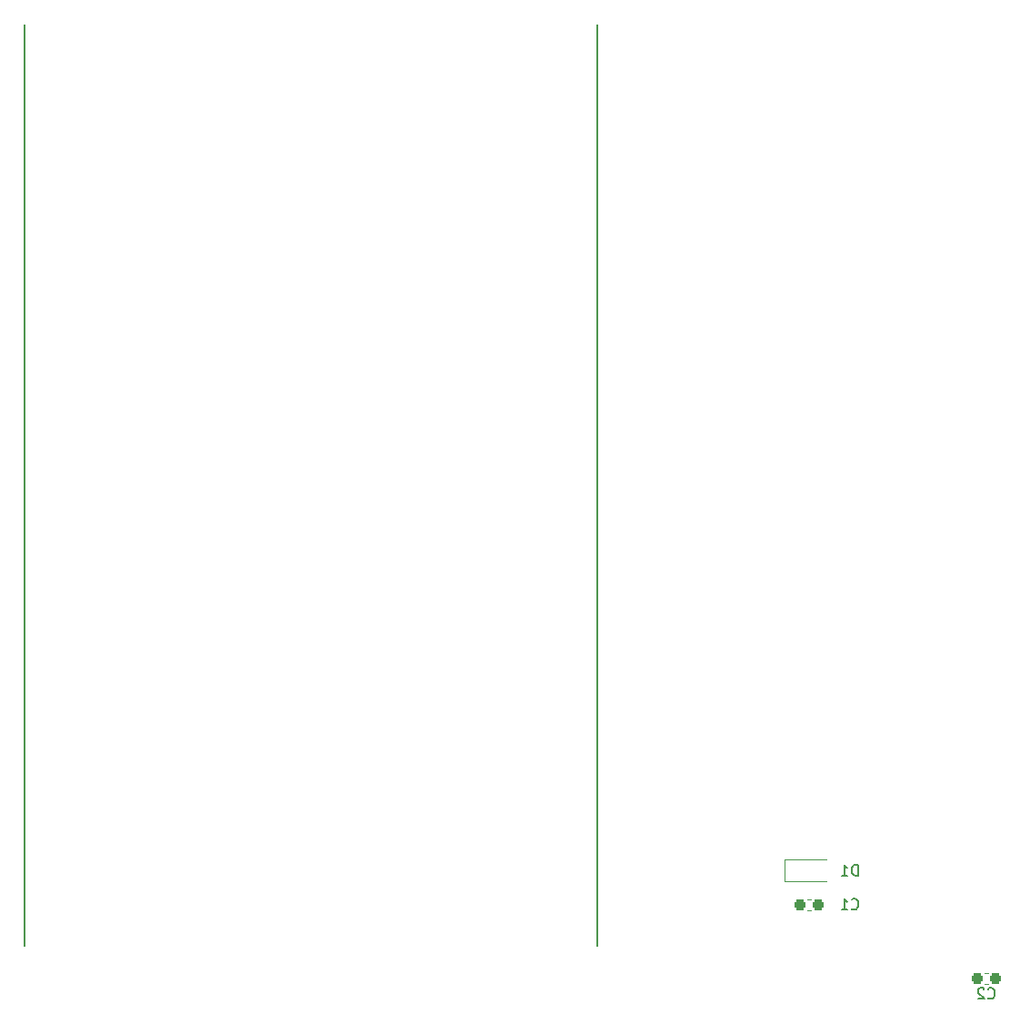
<source format=gbo>
G04 #@! TF.GenerationSoftware,KiCad,Pcbnew,6.0.9-8da3e8f707~116~ubuntu20.04.1*
G04 #@! TF.CreationDate,2023-03-28T21:40:01+02:00*
G04 #@! TF.ProjectId,six_to_six_control,7369785f-746f-45f7-9369-785f636f6e74,rev?*
G04 #@! TF.SameCoordinates,Original*
G04 #@! TF.FileFunction,Legend,Bot*
G04 #@! TF.FilePolarity,Positive*
%FSLAX46Y46*%
G04 Gerber Fmt 4.6, Leading zero omitted, Abs format (unit mm)*
G04 Created by KiCad (PCBNEW 6.0.9-8da3e8f707~116~ubuntu20.04.1) date 2023-03-28 21:40:01*
%MOMM*%
%LPD*%
G01*
G04 APERTURE LIST*
G04 Aperture macros list*
%AMRoundRect*
0 Rectangle with rounded corners*
0 $1 Rounding radius*
0 $2 $3 $4 $5 $6 $7 $8 $9 X,Y pos of 4 corners*
0 Add a 4 corners polygon primitive as box body*
4,1,4,$2,$3,$4,$5,$6,$7,$8,$9,$2,$3,0*
0 Add four circle primitives for the rounded corners*
1,1,$1+$1,$2,$3*
1,1,$1+$1,$4,$5*
1,1,$1+$1,$6,$7*
1,1,$1+$1,$8,$9*
0 Add four rect primitives between the rounded corners*
20,1,$1+$1,$2,$3,$4,$5,0*
20,1,$1+$1,$4,$5,$6,$7,0*
20,1,$1+$1,$6,$7,$8,$9,0*
20,1,$1+$1,$8,$9,$2,$3,0*%
G04 Aperture macros list end*
%ADD10C,0.150000*%
%ADD11C,0.120000*%
%ADD12C,0.127000*%
%ADD13R,1.530000X1.530000*%
%ADD14C,1.530000*%
%ADD15R,1.700000X1.700000*%
%ADD16O,1.700000X1.700000*%
%ADD17C,5.600000*%
%ADD18C,4.000000*%
%ADD19R,1.600000X1.600000*%
%ADD20C,1.600000*%
%ADD21C,3.200000*%
%ADD22RoundRect,0.237500X-0.300000X-0.237500X0.300000X-0.237500X0.300000X0.237500X-0.300000X0.237500X0*%
%ADD23C,1.358000*%
%ADD24R,1.358000X1.358000*%
%ADD25R,0.900000X1.200000*%
G04 APERTURE END LIST*
D10*
X163361666Y-124817142D02*
X163409285Y-124864761D01*
X163552142Y-124912380D01*
X163647380Y-124912380D01*
X163790238Y-124864761D01*
X163885476Y-124769523D01*
X163933095Y-124674285D01*
X163980714Y-124483809D01*
X163980714Y-124340952D01*
X163933095Y-124150476D01*
X163885476Y-124055238D01*
X163790238Y-123960000D01*
X163647380Y-123912380D01*
X163552142Y-123912380D01*
X163409285Y-123960000D01*
X163361666Y-124007619D01*
X162409285Y-124912380D02*
X162980714Y-124912380D01*
X162695000Y-124912380D02*
X162695000Y-123912380D01*
X162790238Y-124055238D01*
X162885476Y-124150476D01*
X162980714Y-124198095D01*
X163933095Y-121737380D02*
X163933095Y-120737380D01*
X163695000Y-120737380D01*
X163552142Y-120785000D01*
X163456904Y-120880238D01*
X163409285Y-120975476D01*
X163361666Y-121165952D01*
X163361666Y-121308809D01*
X163409285Y-121499285D01*
X163456904Y-121594523D01*
X163552142Y-121689761D01*
X163695000Y-121737380D01*
X163933095Y-121737380D01*
X162409285Y-121737380D02*
X162980714Y-121737380D01*
X162695000Y-121737380D02*
X162695000Y-120737380D01*
X162790238Y-120880238D01*
X162885476Y-120975476D01*
X162980714Y-121023095D01*
X176061666Y-133126442D02*
X176109285Y-133174061D01*
X176252142Y-133221680D01*
X176347380Y-133221680D01*
X176490238Y-133174061D01*
X176585476Y-133078823D01*
X176633095Y-132983585D01*
X176680714Y-132793109D01*
X176680714Y-132650252D01*
X176633095Y-132459776D01*
X176585476Y-132364538D01*
X176490238Y-132269300D01*
X176347380Y-132221680D01*
X176252142Y-132221680D01*
X176109285Y-132269300D01*
X176061666Y-132316919D01*
X175680714Y-132316919D02*
X175633095Y-132269300D01*
X175537857Y-132221680D01*
X175299761Y-132221680D01*
X175204523Y-132269300D01*
X175156904Y-132316919D01*
X175109285Y-132412157D01*
X175109285Y-132507395D01*
X175156904Y-132650252D01*
X175728333Y-133221680D01*
X175109285Y-133221680D01*
D11*
X159238733Y-123950000D02*
X159531267Y-123950000D01*
X159238733Y-124970000D02*
X159531267Y-124970000D01*
D12*
X86360000Y-42545000D02*
X86360000Y-128270000D01*
X139700000Y-128270000D02*
X139700000Y-42545000D01*
D11*
X157135000Y-122285000D02*
X157135000Y-120285000D01*
X157135000Y-122285000D02*
X161035000Y-122285000D01*
X157135000Y-120285000D02*
X161035000Y-120285000D01*
X175748733Y-131849300D02*
X176041267Y-131849300D01*
X175748733Y-130829300D02*
X176041267Y-130829300D01*
%LPC*%
D13*
X162560000Y-116841500D03*
D14*
X165100000Y-116841500D03*
X167640000Y-116841500D03*
X170180000Y-116841500D03*
X170180000Y-75621500D03*
X167640000Y-75621500D03*
X165100000Y-75621500D03*
X162560000Y-75621500D03*
D15*
X201930000Y-60960000D03*
D16*
X199390000Y-60960000D03*
X201930000Y-58420000D03*
X199390000Y-58420000D03*
X201930000Y-55880000D03*
X199390000Y-55880000D03*
X201930000Y-53340000D03*
X199390000Y-53340000D03*
D15*
X151130000Y-60960000D03*
D16*
X148590000Y-60960000D03*
X151130000Y-58420000D03*
X148590000Y-58420000D03*
X151130000Y-55880000D03*
X148590000Y-55880000D03*
X151130000Y-53340000D03*
X148590000Y-53340000D03*
D15*
X189230000Y-60960000D03*
D16*
X186690000Y-60960000D03*
X189230000Y-58420000D03*
X186690000Y-58420000D03*
X189230000Y-55880000D03*
X186690000Y-55880000D03*
X189230000Y-53340000D03*
X186690000Y-53340000D03*
D17*
X81280000Y-128270000D03*
D15*
X209550000Y-74295000D03*
D16*
X209550000Y-76835000D03*
X207010000Y-74295000D03*
X207010000Y-76835000D03*
X204470000Y-74295000D03*
X204470000Y-76835000D03*
X201930000Y-74295000D03*
X201930000Y-76835000D03*
X199390000Y-74295000D03*
X199390000Y-76835000D03*
D17*
X146050000Y-128270000D03*
X215900000Y-45085000D03*
D15*
X163830000Y-60960000D03*
D16*
X161290000Y-60960000D03*
X163830000Y-58420000D03*
X161290000Y-58420000D03*
X163830000Y-55880000D03*
X161290000Y-55880000D03*
X163830000Y-53340000D03*
X161290000Y-53340000D03*
D18*
X180785000Y-129944000D03*
X155785000Y-129944000D03*
D19*
X173825000Y-128524000D03*
D20*
X171055000Y-128524000D03*
X168285000Y-128524000D03*
X165515000Y-128524000D03*
X162745000Y-128524000D03*
X172440000Y-131364000D03*
X169670000Y-131364000D03*
X166900000Y-131364000D03*
X164130000Y-131364000D03*
D21*
X218694000Y-136271000D03*
X218694000Y-86233000D03*
X190246000Y-86233000D03*
X190246000Y-136271000D03*
D13*
X209550000Y-84455000D03*
D14*
X209550000Y-86995000D03*
X207010000Y-84455000D03*
X207010000Y-86995000D03*
X204470000Y-84455000D03*
X204470000Y-86995000D03*
X201930000Y-84455000D03*
X201930000Y-86995000D03*
X199390000Y-84455000D03*
X199390000Y-86995000D03*
D17*
X81280000Y-45085000D03*
D15*
X176530000Y-60970000D03*
D16*
X173990000Y-60970000D03*
X176530000Y-58430000D03*
X173990000Y-58430000D03*
X176530000Y-55890000D03*
X173990000Y-55890000D03*
X176530000Y-53350000D03*
X173990000Y-53350000D03*
D15*
X214630000Y-60960000D03*
D16*
X212090000Y-60960000D03*
X214630000Y-58420000D03*
X212090000Y-58420000D03*
X214630000Y-55880000D03*
X212090000Y-55880000D03*
X214630000Y-53340000D03*
X212090000Y-53340000D03*
D22*
X158522500Y-124460000D03*
X160247500Y-124460000D03*
D21*
X88900000Y-42545000D03*
X93980000Y-73025000D03*
X88900000Y-125095000D03*
X121920000Y-73025000D03*
X137160000Y-123825000D03*
D23*
X137160000Y-75565000D03*
X137160000Y-78105000D03*
X137160000Y-80645000D03*
X137160000Y-83185000D03*
X88900000Y-103505000D03*
X137160000Y-85725000D03*
X137160000Y-88265000D03*
X88900000Y-100965000D03*
X137160000Y-45085000D03*
X137160000Y-42545000D03*
X137160000Y-90805000D03*
X137160000Y-93345000D03*
X137160000Y-97409000D03*
X137160000Y-99949000D03*
X137160000Y-102489000D03*
X137160000Y-105029000D03*
X137160000Y-107569000D03*
X137160000Y-110109000D03*
X137160000Y-70485000D03*
X137160000Y-67945000D03*
X137160000Y-65405000D03*
X137160000Y-62865000D03*
X137160000Y-60325000D03*
X137160000Y-57785000D03*
X137160000Y-55245000D03*
X137160000Y-52705000D03*
X134620000Y-45085000D03*
X134620000Y-42545000D03*
X132080000Y-45085000D03*
X132080000Y-42545000D03*
X129540000Y-45085000D03*
X129540000Y-42545000D03*
X127000000Y-45085000D03*
X127000000Y-42545000D03*
X124460000Y-45085000D03*
X124460000Y-42545000D03*
X121920000Y-45085000D03*
X121920000Y-42545000D03*
X119380000Y-45085000D03*
X119380000Y-42545000D03*
X116840000Y-45085000D03*
X116840000Y-42545000D03*
X114300000Y-45085000D03*
X114300000Y-42545000D03*
X111760000Y-45085000D03*
X111760000Y-42545000D03*
X109220000Y-45085000D03*
X109220000Y-42545000D03*
X106680000Y-45085000D03*
X106680000Y-42545000D03*
X104140000Y-45085000D03*
X104140000Y-42545000D03*
X101600000Y-45085000D03*
X101600000Y-42545000D03*
X99060000Y-45085000D03*
X99060000Y-42545000D03*
X96520000Y-45085000D03*
X96520000Y-42545000D03*
X88900000Y-88265000D03*
X88900000Y-85725000D03*
X88900000Y-83185000D03*
X88900000Y-80645000D03*
X88900000Y-78105000D03*
X88900000Y-75565000D03*
X88900000Y-73025000D03*
X88900000Y-70485000D03*
X88900000Y-65405000D03*
X88900000Y-62865000D03*
X88900000Y-60325000D03*
X88900000Y-57785000D03*
X88900000Y-55245000D03*
X88900000Y-52705000D03*
X88900000Y-50419000D03*
X88900000Y-47879000D03*
X137160000Y-115189000D03*
X88900000Y-98425000D03*
X88900000Y-95885000D03*
X137160000Y-112649000D03*
X93980000Y-45085000D03*
X93980000Y-42545000D03*
X88900000Y-108585000D03*
D24*
X88900000Y-111125000D03*
D23*
X88900000Y-106045000D03*
X137160000Y-120269000D03*
X137160000Y-117729000D03*
X88900000Y-93345000D03*
D25*
X157735000Y-121285000D03*
X161035000Y-121285000D03*
D22*
X175032500Y-131339300D03*
X176757500Y-131339300D03*
M02*

</source>
